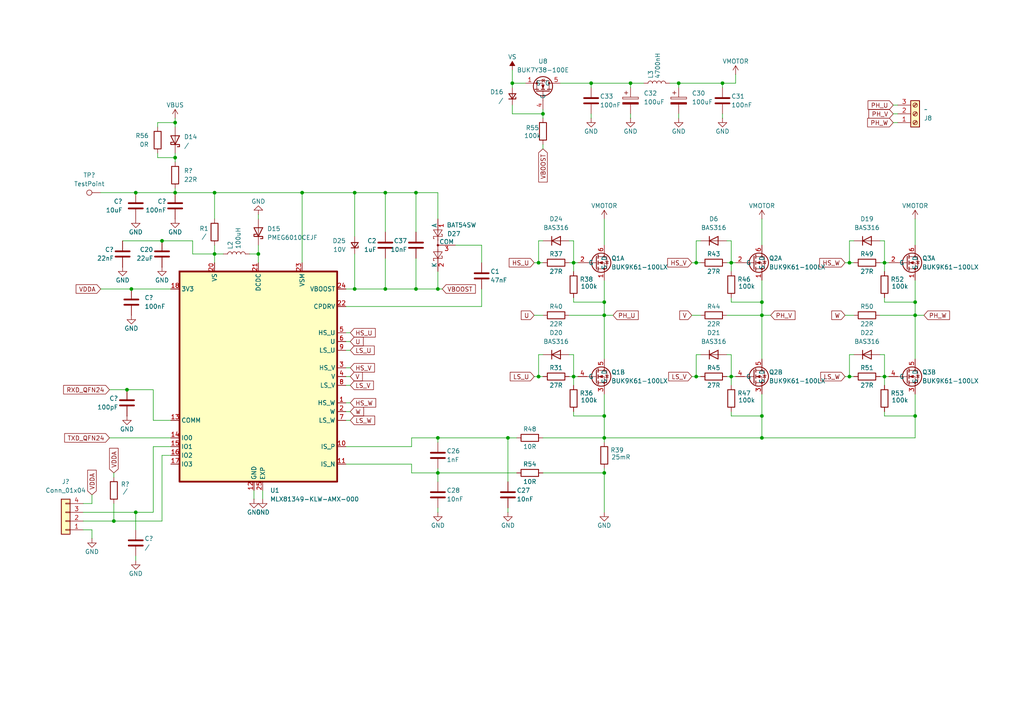
<source format=kicad_sch>
(kicad_sch (version 20250114) (generator "eeschema") (generator_version "9.0")
  (paper "A4")
  (lib_symbols
    (symbol "Connector:Screw_Terminal_01x03" (pin_names (offset 1.016) (hide yes))
      (property "Reference" "J" (at 0 5.08 0))
      (property "Value" "Screw_Terminal_01x03" (at 0 -5.08 0))
      (symbol "Screw_Terminal_01x03_1_1"
        (pin passive line (at -5.08 2.54 0) (length 3.81) (name "Pin_1") (number "1"))
        (pin passive line (at -5.08 0 0) (length 3.81) (name "Pin_2") (number "2"))
        (pin passive line (at -5.08 -2.54 0) (length 3.81) (name "Pin_3") (number "3"))
      )
    )
    (symbol "Connector:TestPoint" (pin_numbers (hide yes)) (pin_names (offset 0.762) (hide yes))
      (property "Reference" "TP" (at 0 6.858 0))
      (property "Value" "TestPoint" (at 0 5.08 0))
      (symbol "TestPoint_1_1"
        (pin passive line (at 0 0 90) (length 2.54) (name "1") (number "1"))
      )
    )
    (symbol "Connector_Generic:Conn_01x04" (pin_names (offset 1.016) (hide yes))
      (property "Reference" "J" (at 0 5.08 0))
      (property "Value" "Conn_01x04" (at 0 -7.62 0))
      (symbol "Conn_01x04_1_1"
        (pin passive line (at -5.08 2.54 0) (length 3.81) (name "Pin_1") (number "1"))
        (pin passive line (at -5.08 0 0) (length 3.81) (name "Pin_2") (number "2"))
        (pin passive line (at -5.08 -2.54 0) (length 3.81) (name "Pin_3") (number "3"))
        (pin passive line (at -5.08 -5.08 0) (length 3.81) (name "Pin_4") (number "4"))
      )
    )
    (symbol "Device:C" (pin_numbers (hide yes)) (pin_names (offset 0.254))
      (property "Reference" "C" (at 0.635 2.54 0))
      (property "Value" "C" (at 0.635 -2.54 0))
      (symbol "C_1_1"
        (pin passive line (at 0 3.81 270) (length 2.794) (name "~") (number "1"))
        (pin passive line (at 0 -3.81 90) (length 2.794) (name "~") (number "2"))
      )
    )
    (symbol "Device:C_Polarized" (pin_numbers (hide yes)) (pin_names (offset 0.254))
      (property "Reference" "C" (at 0.635 2.54 0))
      (property "Value" "C_Polarized" (at 0.635 -2.54 0))
      (symbol "C_Polarized_1_1"
        (pin passive line (at 0 3.81 270) (length 2.794) (name "~") (number "1"))
        (pin passive line (at 0 -3.81 90) (length 2.794) (name "~") (number "2"))
      )
    )
    (symbol "Device:D_Schottky" (pin_numbers (hide yes)) (pin_names (offset 1.016) (hide yes))
      (property "Reference" "D" (at 0 2.54 0))
      (property "Value" "D_Schottky" (at 0 -2.54 0))
      (symbol "D_Schottky_1_1"
        (pin passive line (at -3.81 0 0) (length 2.54) (name "K") (number "1"))
        (pin passive line (at 3.81 0 180) (length 2.54) (name "A") (number "2"))
      )
    )
    (symbol "Device:D_Zener_Small" (pin_numbers (hide yes)) (pin_names (offset 0.254) (hide yes))
      (property "Reference" "D" (at 0 2.286 0))
      (property "Value" "D_Zener_Small" (at 0 -2.286 0))
      (symbol "D_Zener_Small_1_1"
        (pin passive line (at -2.54 0 0) (length 1.778) (name "K") (number "1"))
        (pin passive line (at 2.54 0 180) (length 1.778) (name "A") (number "2"))
      )
    )
    (symbol "Device:L" (pin_numbers (hide yes)) (pin_names (offset 1.016) (hide yes))
      (property "Reference" "L" (at -1.27 0 90))
      (property "Value" "L" (at 1.905 0 90))
      (symbol "L_1_1"
        (pin passive line (at 0 3.81 270) (length 1.27) (name "1") (number "1"))
        (pin passive line (at 0 -3.81 90) (length 1.27) (name "2") (number "2"))
      )
    )
    (symbol "Device:R" (pin_numbers (hide yes)) (pin_names (offset 0))
      (property "Reference" "R" (at 2.032 0 90))
      (property "Value" "R" (at 0 0 90))
      (symbol "R_1_1"
        (pin passive line (at 0 3.81 270) (length 1.27) (name "~") (number "1"))
        (pin passive line (at 0 -3.81 90) (length 1.27) (name "~") (number "2"))
      )
    )
    (symbol "Diode:BAS316" (pin_numbers (hide yes)) (pin_names (hide yes))
      (property "Reference" "D" (at 0 2.54 0))
      (property "Value" "BAS316" (at 0 -2.54 0))
      (symbol "BAS316_1_1"
        (pin passive line (at -3.81 0 0) (length 2.54) (name "K") (number "1"))
        (pin passive line (at 3.81 0 180) (length 2.54) (name "A") (number "2"))
      )
    )
    (symbol "Diode:BAT54SW" (pin_names (offset 0))
      (property "Reference" "D" (at 0.635 -3.81 0))
      (property "Value" "BAT54SW" (at -6.35 3.175 0))
      (symbol "BAT54SW_1_1"
        (pin passive line (at -7.62 0 0) (length 3.81) (name "A") (number "1"))
        (pin passive line (at 0 -5.08 90) (length 5.08) (name "COM") (number "3"))
        (pin passive line (at 7.62 0 180) (length 3.81) (name "K") (number "2"))
      )
    )
    (symbol "MCU_Melexis:MLX81349-KLW-AMX-000"
      (property "Reference" "U" (at -22.098 32.004 0))
      (property "Value" "MLX81349-KLW-AMX-000" (at 0 0 0))
      (symbol "MLX81349-KLW-AMX-000_1_1"
        (pin power_out line (at -25.4 25.4 0) (length 2.54) (name "3V3") (number "18"))
        (pin bidirectional line (at -25.4 -12.7 0) (length 2.54) (name "COMM") (number "13"))
        (pin bidirectional line (at -25.4 -17.78 0) (length 2.54) (name "IO0") (number "14"))
        (pin bidirectional line (at -25.4 -20.32 0) (length 2.54) (name "IO1") (number "15"))
        (pin bidirectional line (at -25.4 -22.86 0) (length 2.54) (name "IO2") (number "16"))
        (pin bidirectional line (at -25.4 -25.4 0) (length 2.54) (name "IO3") (number "17"))
        (pin power_in line (at -12.7 33.02 270) (length 2.54) (name "VS") (number "20"))
        (pin power_in line (at -1.27 -33.02 90) (length 2.54) (name "GND") (number "12"))
        (pin passive line (at -1.27 -33.02 90) (length 2.54) (hide yes) (name "GND") (number "19"))
        (pin power_out line (at 0 33.02 270) (length 2.54) (name "DCDC") (number "21"))
        (pin power_in line (at 1.27 -33.02 90) (length 2.54) (name "EXP") (number "25"))
        (pin power_in line (at 12.7 33.02 270) (length 2.54) (name "VSM") (number "23"))
        (pin power_in line (at 25.4 25.4 180) (length 2.54) (name "VBOOST") (number "24"))
        (pin power_out line (at 25.4 20.32 180) (length 2.54) (name "CPDRV") (number "22"))
        (pin output line (at 25.4 12.7 180) (length 2.54) (name "HS_U") (number "5"))
        (pin input line (at 25.4 10.16 180) (length 2.54) (name "U") (number "6"))
        (pin output line (at 25.4 7.62 180) (length 2.54) (name "LS_U") (number "9"))
        (pin output line (at 25.4 2.54 180) (length 2.54) (name "HS_V") (number "3"))
        (pin input line (at 25.4 0 180) (length 2.54) (name "V") (number "4"))
        (pin output line (at 25.4 -2.54 180) (length 2.54) (name "LS_V") (number "8"))
        (pin output line (at 25.4 -7.62 180) (length 2.54) (name "HS_W") (number "1"))
        (pin input line (at 25.4 -10.16 180) (length 2.54) (name "W") (number "2"))
        (pin output line (at 25.4 -12.7 180) (length 2.54) (name "LS_W") (number "7"))
        (pin input line (at 25.4 -20.32 180) (length 2.54) (name "IS_P") (number "10"))
        (pin input line (at 25.4 -25.4 180) (length 2.54) (name "IS_N") (number "11"))
      )
    )
    (symbol "extra:BUK7Y38-100E"
      (property "Reference" "U" (at 3.048 1.016 0))
      (property "Value" "BUK7Y38-100E" (at 0 0 0))
      (symbol "BUK7Y38-100E_1_1"
        (pin passive line (at -7.62 0 0) (length 2.54) (name "G") (number "4"))
        (pin passive line (at 0 5.08 270) (length 2.54) (name "G") (number "5"))
        (pin passive line (at 0 -5.08 90) (length 2.54) (name "S") (number "1"))
        (pin passive line (at 0 -5.08 90) (length 2.54) (hide yes) (name "S") (number "2"))
        (pin passive line (at 0 -5.08 90) (length 2.54) (hide yes) (name "S") (number "3"))
      )
    )
    (symbol "extra:BUK9K61-100LX"
      (property "Reference" "Q" (at 2.794 1.016 0))
      (property "Value" "BUK9K61-100LX" (at 10.16 -1.016 0))
      (symbol "BUK9K61-100LX_1_1"
        (pin passive line (at -7.62 0 0) (length 2.54) (name "G") (number "2"))
        (pin passive line (at 0 5.08 270) (length 2.54) (name "D") (number "6"))
        (pin passive line (at 0 -5.08 90) (length 2.54) (name "S") (number "1"))
      )
      (symbol "BUK9K61-100LX_2_1"
        (pin passive line (at -7.62 0 0) (length 2.54) (name "G") (number "4"))
        (pin passive line (at 0 5.08 270) (length 2.54) (name "D") (number "5"))
        (pin passive line (at 0 -5.08 90) (length 2.54) (name "S") (number "3"))
      )
    )
    (symbol "power:GND" (power) (pin_numbers (hide yes)) (pin_names (offset 0) (hide yes))
      (property "Value" "GND" (at 0 -3.81 0))
      (symbol "GND_1_1"
        (pin power_in line (at 0 0 270) (length 0) (name "~") (number "1"))
      )
    )
    (symbol "power:VBUS" (power) (pin_numbers (hide yes)) (pin_names (offset 0) (hide yes))
      (property "Value" "VBUS" (at 0 3.556 0))
      (symbol "VBUS_1_1"
        (pin power_in line (at 0 0 90) (length 0) (name "~") (number "1"))
      )
    )
    (symbol "power:VS" (power) (pin_numbers (hide yes)) (pin_names (offset 0) (hide yes))
      (property "Value" "VS" (at 0 3.556 0))
      (symbol "VS_1_1"
        (pin power_in line (at 0 0 90) (length 0) (name "~") (number "1"))
      )
    )
  )
  (junction (at 148.59 24.13))
  (junction (at 220.98 91.44))
  (junction (at 39.37 55.88))
  (junction (at 220.98 120.65))
  (junction (at 171.45 24.13))
  (junction (at 50.8 45.72))
  (junction (at 120.65 55.88))
  (junction (at 102.87 55.88))
  (junction (at 156.21 109.22))
  (junction (at 36.83 113.03))
  (junction (at 212.09 109.22))
  (junction (at 74.93 73.66))
  (junction (at 265.43 87.63))
  (junction (at 50.8 35.56))
  (junction (at 111.76 83.82))
  (junction (at 256.54 109.22))
  (junction (at 62.23 73.66))
  (junction (at 111.76 55.88))
  (junction (at 166.37 109.22))
  (junction (at 120.65 83.82))
  (junction (at 156.21 76.2))
  (junction (at 38.1 83.82))
  (junction (at 265.43 91.44))
  (junction (at 46.99 69.85))
  (junction (at 201.93 109.22))
  (junction (at 256.54 76.2))
  (junction (at 196.85 24.13))
  (junction (at 166.37 76.2))
  (junction (at 220.98 87.63))
  (junction (at 175.26 91.44))
  (junction (at 127 127))
  (junction (at 212.09 76.2))
  (junction (at 175.26 127))
  (junction (at 220.98 127))
  (junction (at 127 137.16))
  (junction (at 102.87 83.82))
  (junction (at 182.88 24.13))
  (junction (at 157.48 33.02))
  (junction (at 246.38 76.2))
  (junction (at 33.02 151.13))
  (junction (at 209.55 24.13))
  (junction (at 147.32 127))
  (junction (at 175.26 137.16))
  (junction (at 39.37 148.59))
  (junction (at 246.38 109.22))
  (junction (at 62.23 55.88))
  (junction (at 201.93 76.2))
  (junction (at 87.63 55.88))
  (junction (at 127 83.82))
  (junction (at 50.8 55.88))
  (junction (at 175.26 87.63))
  (junction (at 265.43 120.65))
  (junction (at 175.26 120.65))
  (wire (pts (xy 256.54 87.63) (xy 265.43 87.63)))
  (wire (pts (xy 29.21 55.88) (xy 39.37 55.88)))
  (wire (pts (xy 175.26 127) (xy 175.26 128.27)))
  (wire (pts (xy 102.87 83.82) (xy 111.76 83.82)))
  (wire (pts (xy 210.82 91.44) (xy 220.98 91.44)))
  (wire (pts (xy 100.33 88.9) (xy 139.7 88.9)))
  (wire (pts (xy 156.21 69.85) (xy 156.21 76.2)))
  (wire (pts (xy 209.55 24.13) (xy 209.55 25.4)))
  (wire (pts (xy 33.02 151.13) (xy 46.99 151.13)))
  (wire (pts (xy 256.54 86.36) (xy 256.54 87.63)))
  (wire (pts (xy 165.1 102.87) (xy 166.37 102.87)))
  (wire (pts (xy 127 83.82) (xy 128.27 83.82)))
  (wire (pts (xy 127 127) (xy 147.32 127)))
  (wire (pts (xy 175.26 120.65) (xy 175.26 127)))
  (wire (pts (xy 24.13 153.67) (xy 26.67 153.67)))
  (wire (pts (xy 166.37 120.65) (xy 175.26 120.65)))
  (wire (pts (xy 203.2 102.87) (xy 201.93 102.87)))
  (wire (pts (xy 265.43 91.44) (xy 267.97 91.44)))
  (wire (pts (xy 245.11 76.2) (xy 246.38 76.2)))
  (wire (pts (xy 24.13 146.05) (xy 26.67 146.05)))
  (wire (pts (xy 166.37 102.87) (xy 166.37 109.22)))
  (wire (pts (xy 154.94 76.2) (xy 156.21 76.2)))
  (wire (pts (xy 127 55.88) (xy 127 63.5)))
  (wire (pts (xy 166.37 76.2) (xy 167.64 76.2)))
  (wire (pts (xy 100.33 129.54) (xy 119.38 129.54)))
  (wire (pts (xy 39.37 161.29) (xy 39.37 162.56)))
  (wire (pts (xy 166.37 109.22) (xy 167.64 109.22)))
  (wire (pts (xy 256.54 76.2) (xy 257.81 76.2)))
  (wire (pts (xy 212.09 109.22) (xy 213.36 109.22)))
  (wire (pts (xy 119.38 134.62) (xy 119.38 137.16)))
  (wire (pts (xy 39.37 153.67) (xy 39.37 148.59)))
  (wire (pts (xy 175.26 91.44) (xy 177.8 91.44)))
  (wire (pts (xy 101.6 106.68) (xy 100.33 106.68)))
  (wire (pts (xy 201.93 69.85) (xy 201.93 76.2)))
  (wire (pts (xy 148.59 24.13) (xy 148.59 25.4)))
  (wire (pts (xy 74.93 71.12) (xy 74.93 73.66)))
  (wire (pts (xy 74.93 73.66) (xy 74.93 76.2)))
  (wire (pts (xy 246.38 102.87) (xy 246.38 109.22)))
  (wire (pts (xy 212.09 76.2) (xy 213.36 76.2)))
  (wire (pts (xy 256.54 109.22) (xy 257.81 109.22)))
  (wire (pts (xy 157.48 41.91) (xy 157.48 43.18)))
  (wire (pts (xy 49.53 129.54) (xy 44.45 129.54)))
  (wire (pts (xy 49.53 132.08) (xy 46.99 132.08)))
  (wire (pts (xy 171.45 34.29) (xy 171.45 33.02)))
  (wire (pts (xy 127 127) (xy 127 128.27)))
  (wire (pts (xy 200.66 76.2) (xy 201.93 76.2)))
  (wire (pts (xy 44.45 121.92) (xy 44.45 113.03)))
  (wire (pts (xy 50.8 44.45) (xy 50.8 45.72)))
  (wire (pts (xy 175.26 114.3) (xy 175.26 120.65)))
  (wire (pts (xy 111.76 55.88) (xy 111.76 67.31)))
  (wire (pts (xy 24.13 151.13) (xy 33.02 151.13)))
  (wire (pts (xy 175.26 81.28) (xy 175.26 87.63)))
  (wire (pts (xy 127 83.82) (xy 120.65 83.82)))
  (wire (pts (xy 157.48 33.02) (xy 157.48 34.29)))
  (wire (pts (xy 45.72 35.56) (xy 50.8 35.56)))
  (wire (pts (xy 220.98 120.65) (xy 220.98 127)))
  (wire (pts (xy 36.83 113.03) (xy 44.45 113.03)))
  (wire (pts (xy 31.75 127) (xy 49.53 127)))
  (wire (pts (xy 165.1 91.44) (xy 175.26 91.44)))
  (wire (pts (xy 100.33 134.62) (xy 119.38 134.62)))
  (wire (pts (xy 265.43 120.65) (xy 265.43 127)))
  (wire (pts (xy 256.54 119.38) (xy 256.54 120.65)))
  (wire (pts (xy 101.6 99.06) (xy 100.33 99.06)))
  (wire (pts (xy 50.8 55.88) (xy 62.23 55.88)))
  (wire (pts (xy 220.98 114.3) (xy 220.98 120.65)))
  (wire (pts (xy 210.82 102.87) (xy 212.09 102.87)))
  (wire (pts (xy 247.65 69.85) (xy 246.38 69.85)))
  (wire (pts (xy 246.38 109.22) (xy 247.65 109.22)))
  (wire (pts (xy 55.88 73.66) (xy 62.23 73.66)))
  (wire (pts (xy 210.82 76.2) (xy 212.09 76.2)))
  (wire (pts (xy 101.6 101.6) (xy 100.33 101.6)))
  (wire (pts (xy 157.48 102.87) (xy 156.21 102.87)))
  (wire (pts (xy 120.65 83.82) (xy 111.76 83.82)))
  (wire (pts (xy 265.43 114.3) (xy 265.43 120.65)))
  (wire (pts (xy 147.32 147.32) (xy 147.32 148.59)))
  (wire (pts (xy 213.36 24.13) (xy 213.36 21.59)))
  (wire (pts (xy 212.09 120.65) (xy 220.98 120.65)))
  (wire (pts (xy 39.37 55.88) (xy 50.8 55.88)))
  (wire (pts (xy 148.59 24.13) (xy 152.4 24.13)))
  (wire (pts (xy 196.85 34.29) (xy 196.85 33.02)))
  (wire (pts (xy 62.23 71.12) (xy 62.23 73.66)))
  (wire (pts (xy 50.8 45.72) (xy 50.8 46.99)))
  (wire (pts (xy 175.26 87.63) (xy 175.26 91.44)))
  (wire (pts (xy 38.1 83.82) (xy 49.53 83.82)))
  (wire (pts (xy 127 135.89) (xy 127 137.16)))
  (wire (pts (xy 119.38 137.16) (xy 127 137.16)))
  (wire (pts (xy 220.98 91.44) (xy 220.98 104.14)))
  (wire (pts (xy 45.72 44.45) (xy 45.72 45.72)))
  (wire (pts (xy 46.99 132.08) (xy 46.99 151.13)))
  (wire (pts (xy 212.09 119.38) (xy 212.09 120.65)))
  (wire (pts (xy 166.37 69.85) (xy 166.37 76.2)))
  (wire (pts (xy 102.87 55.88) (xy 102.87 68.58)))
  (wire (pts (xy 220.98 91.44) (xy 223.52 91.44)))
  (wire (pts (xy 157.48 137.16) (xy 175.26 137.16)))
  (wire (pts (xy 175.26 135.89) (xy 175.26 137.16)))
  (wire (pts (xy 127 78.74) (xy 127 83.82)))
  (wire (pts (xy 182.88 34.29) (xy 182.88 33.02)))
  (wire (pts (xy 256.54 120.65) (xy 265.43 120.65)))
  (wire (pts (xy 246.38 76.2) (xy 247.65 76.2)))
  (wire (pts (xy 166.37 119.38) (xy 166.37 120.65)))
  (wire (pts (xy 255.27 76.2) (xy 256.54 76.2)))
  (wire (pts (xy 101.6 109.22) (xy 100.33 109.22)))
  (wire (pts (xy 39.37 148.59) (xy 44.45 148.59)))
  (wire (pts (xy 101.6 111.76) (xy 100.33 111.76)))
  (wire (pts (xy 196.85 24.13) (xy 196.85 25.4)))
  (wire (pts (xy 101.6 121.92) (xy 100.33 121.92)))
  (wire (pts (xy 165.1 76.2) (xy 166.37 76.2)))
  (wire (pts (xy 203.2 69.85) (xy 201.93 69.85)))
  (wire (pts (xy 62.23 73.66) (xy 64.77 73.66)))
  (wire (pts (xy 101.6 116.84) (xy 100.33 116.84)))
  (wire (pts (xy 265.43 81.28) (xy 265.43 87.63)))
  (wire (pts (xy 194.31 24.13) (xy 196.85 24.13)))
  (wire (pts (xy 175.26 127) (xy 220.98 127)))
  (wire (pts (xy 157.48 69.85) (xy 156.21 69.85)))
  (wire (pts (xy 87.63 55.88) (xy 87.63 76.2)))
  (wire (pts (xy 74.93 62.23) (xy 74.93 63.5)))
  (wire (pts (xy 175.26 137.16) (xy 175.26 148.59)))
  (wire (pts (xy 26.67 146.05) (xy 26.67 143.51)))
  (wire (pts (xy 259.08 33.02) (xy 260.35 33.02)))
  (wire (pts (xy 102.87 73.66) (xy 102.87 83.82)))
  (wire (pts (xy 196.85 24.13) (xy 209.55 24.13)))
  (wire (pts (xy 87.63 55.88) (xy 102.87 55.88)))
  (wire (pts (xy 212.09 86.36) (xy 212.09 87.63)))
  (wire (pts (xy 247.65 102.87) (xy 246.38 102.87)))
  (wire (pts (xy 154.94 91.44) (xy 157.48 91.44)))
  (wire (pts (xy 212.09 109.22) (xy 212.09 111.76)))
  (wire (pts (xy 210.82 69.85) (xy 212.09 69.85)))
  (wire (pts (xy 35.56 69.85) (xy 46.99 69.85)))
  (wire (pts (xy 102.87 55.88) (xy 111.76 55.88)))
  (wire (pts (xy 255.27 69.85) (xy 256.54 69.85)))
  (wire (pts (xy 255.27 102.87) (xy 256.54 102.87)))
  (wire (pts (xy 111.76 74.93) (xy 111.76 83.82)))
  (wire (pts (xy 26.67 153.67) (xy 26.67 156.21)))
  (wire (pts (xy 175.26 91.44) (xy 175.26 104.14)))
  (wire (pts (xy 265.43 91.44) (xy 265.43 104.14)))
  (wire (pts (xy 162.56 24.13) (xy 171.45 24.13)))
  (wire (pts (xy 156.21 102.87) (xy 156.21 109.22)))
  (wire (pts (xy 212.09 87.63) (xy 220.98 87.63)))
  (wire (pts (xy 259.08 30.48) (xy 260.35 30.48)))
  (wire (pts (xy 212.09 69.85) (xy 212.09 76.2)))
  (wire (pts (xy 209.55 34.29) (xy 209.55 33.02)))
  (wire (pts (xy 119.38 127) (xy 127 127)))
  (wire (pts (xy 111.76 55.88) (xy 120.65 55.88)))
  (wire (pts (xy 139.7 71.12) (xy 132.08 71.12)))
  (wire (pts (xy 73.66 142.24) (xy 73.66 144.78)))
  (wire (pts (xy 62.23 55.88) (xy 62.23 63.5)))
  (wire (pts (xy 165.1 69.85) (xy 166.37 69.85)))
  (wire (pts (xy 120.65 74.93) (xy 120.65 83.82)))
  (wire (pts (xy 154.94 109.22) (xy 156.21 109.22)))
  (wire (pts (xy 157.48 31.75) (xy 157.48 33.02)))
  (wire (pts (xy 50.8 34.29) (xy 50.8 35.56)))
  (wire (pts (xy 256.54 76.2) (xy 256.54 78.74)))
  (wire (pts (xy 165.1 109.22) (xy 166.37 109.22)))
  (wire (pts (xy 255.27 109.22) (xy 256.54 109.22)))
  (wire (pts (xy 148.59 30.48) (xy 148.59 33.02)))
  (wire (pts (xy 220.98 71.12) (xy 220.98 63.5)))
  (wire (pts (xy 72.39 73.66) (xy 74.93 73.66)))
  (wire (pts (xy 220.98 87.63) (xy 220.98 91.44)))
  (wire (pts (xy 220.98 127) (xy 265.43 127)))
  (wire (pts (xy 166.37 76.2) (xy 166.37 78.74)))
  (wire (pts (xy 127 137.16) (xy 127 139.7)))
  (wire (pts (xy 210.82 109.22) (xy 212.09 109.22)))
  (wire (pts (xy 127 137.16) (xy 149.86 137.16)))
  (wire (pts (xy 246.38 69.85) (xy 246.38 76.2)))
  (wire (pts (xy 166.37 109.22) (xy 166.37 111.76)))
  (wire (pts (xy 139.7 71.12) (xy 139.7 76.2)))
  (wire (pts (xy 50.8 54.61) (xy 50.8 55.88)))
  (wire (pts (xy 201.93 76.2) (xy 203.2 76.2)))
  (wire (pts (xy 147.32 127) (xy 149.86 127)))
  (wire (pts (xy 147.32 127) (xy 147.32 139.7)))
  (wire (pts (xy 120.65 55.88) (xy 120.65 67.31)))
  (wire (pts (xy 127 147.32) (xy 127 148.59)))
  (wire (pts (xy 156.21 109.22) (xy 157.48 109.22)))
  (wire (pts (xy 101.6 119.38) (xy 100.33 119.38)))
  (wire (pts (xy 182.88 24.13) (xy 182.88 25.4)))
  (wire (pts (xy 101.6 96.52) (xy 100.33 96.52)))
  (wire (pts (xy 45.72 45.72) (xy 50.8 45.72)))
  (wire (pts (xy 201.93 109.22) (xy 203.2 109.22)))
  (wire (pts (xy 256.54 102.87) (xy 256.54 109.22)))
  (wire (pts (xy 265.43 87.63) (xy 265.43 91.44)))
  (wire (pts (xy 220.98 81.28) (xy 220.98 87.63)))
  (wire (pts (xy 265.43 71.12) (xy 265.43 63.5)))
  (wire (pts (xy 45.72 36.83) (xy 45.72 35.56)))
  (wire (pts (xy 33.02 146.05) (xy 33.02 151.13)))
  (wire (pts (xy 209.55 24.13) (xy 213.36 24.13)))
  (wire (pts (xy 200.66 109.22) (xy 201.93 109.22)))
  (wire (pts (xy 212.09 102.87) (xy 212.09 109.22)))
  (wire (pts (xy 157.48 127) (xy 175.26 127)))
  (wire (pts (xy 256.54 69.85) (xy 256.54 76.2)))
  (wire (pts (xy 119.38 129.54) (xy 119.38 127)))
  (wire (pts (xy 55.88 69.85) (xy 55.88 73.66)))
  (wire (pts (xy 200.66 91.44) (xy 203.2 91.44)))
  (wire (pts (xy 139.7 83.82) (xy 139.7 88.9)))
  (wire (pts (xy 62.23 73.66) (xy 62.23 76.2)))
  (wire (pts (xy 182.88 24.13) (xy 186.69 24.13)))
  (wire (pts (xy 148.59 33.02) (xy 157.48 33.02)))
  (wire (pts (xy 156.21 76.2) (xy 157.48 76.2)))
  (wire (pts (xy 24.13 148.59) (xy 39.37 148.59)))
  (wire (pts (xy 46.99 69.85) (xy 55.88 69.85)))
  (wire (pts (xy 76.2 142.24) (xy 76.2 144.78)))
  (wire (pts (xy 120.65 55.88) (xy 127 55.88)))
  (wire (pts (xy 100.33 83.82) (xy 102.87 83.82)))
  (wire (pts (xy 62.23 55.88) (xy 87.63 55.88)))
  (wire (pts (xy 259.08 35.56) (xy 260.35 35.56)))
  (wire (pts (xy 212.09 76.2) (xy 212.09 78.74)))
  (wire (pts (xy 44.45 129.54) (xy 44.45 148.59)))
  (wire (pts (xy 255.27 91.44) (xy 265.43 91.44)))
  (wire (pts (xy 175.26 71.12) (xy 175.26 63.5)))
  (wire (pts (xy 201.93 102.87) (xy 201.93 109.22)))
  (wire (pts (xy 50.8 35.56) (xy 50.8 36.83)))
  (wire (pts (xy 256.54 109.22) (xy 256.54 111.76)))
  (wire (pts (xy 49.53 121.92) (xy 44.45 121.92)))
  (wire (pts (xy 245.11 109.22) (xy 246.38 109.22)))
  (wire (pts (xy 33.02 137.16) (xy 33.02 138.43)))
  (wire (pts (xy 166.37 86.36) (xy 166.37 87.63)))
  (wire (pts (xy 182.88 24.13) (xy 171.45 24.13)))
  (wire (pts (xy 171.45 24.13) (xy 171.45 25.4)))
  (wire (pts (xy 245.11 91.44) (xy 247.65 91.44)))
  (wire (pts (xy 38.1 83.82) (xy 29.21 83.82)))
  (wire (pts (xy 31.75 113.03) (xy 36.83 113.03)))
  (wire (pts (xy 166.37 87.63) (xy 175.26 87.63)))
  (wire (pts (xy 148.59 20.32) (xy 148.59 24.13)))
  (global_label "HS_W" (shape input) (at 101.6 116.84 0) (property "Intersheetrefs" "${INTERSHEET_REFS}" (effects (hide yes))))
  (global_label "PH_W" (shape input) (at 267.97 91.44 0) (property "Intersheetrefs" "${INTERSHEET_REFS}" (effects (hide yes))))
  (global_label "VBOOST" (shape input) (at 128.27 83.82 0) (property "Intersheetrefs" "${INTERSHEET_REFS}" (effects (hide yes))))
  (global_label "V" (shape input) (at 200.66 91.44 180) (property "Intersheetrefs" "${INTERSHEET_REFS}" (effects (hide yes))))
  (global_label "PH_V" (shape input) (at 223.52 91.44 0) (property "Intersheetrefs" "${INTERSHEET_REFS}" (effects (hide yes))))
  (global_label "PH_U" (shape input) (at 177.8 91.44 0) (property "Intersheetrefs" "${INTERSHEET_REFS}" (effects (hide yes))))
  (global_label "PH_U" (shape input) (at 259.08 30.48 180) (property "Intersheetrefs" "${INTERSHEET_REFS}" (effects (hide yes))))
  (global_label "HS_U" (shape input) (at 101.6 96.52 0) (property "Intersheetrefs" "${INTERSHEET_REFS}" (effects (hide yes))))
  (global_label "VDDA" (shape input) (at 33.02 137.16 90) (property "Intersheetrefs" "${INTERSHEET_REFS}" (effects (hide yes))))
  (global_label "LS_W" (shape input) (at 101.6 121.92 0) (property "Intersheetrefs" "${INTERSHEET_REFS}" (effects (hide yes))))
  (global_label "W" (shape input) (at 245.11 91.44 180) (property "Intersheetrefs" "${INTERSHEET_REFS}" (effects (hide yes))))
  (global_label "LS_W" (shape input) (at 245.11 109.22 180) (property "Intersheetrefs" "${INTERSHEET_REFS}" (effects (hide yes))))
  (global_label "TXD_QFN24" (shape input) (at 31.75 127 180) (property "Intersheetrefs" "${INTERSHEET_REFS}" (effects (hide yes))))
  (global_label "HS_V" (shape input) (at 101.6 106.68 0) (property "Intersheetrefs" "${INTERSHEET_REFS}" (effects (hide yes))))
  (global_label "LS_V" (shape input) (at 101.6 111.76 0) (property "Intersheetrefs" "${INTERSHEET_REFS}" (effects (hide yes))))
  (global_label "HS_U" (shape input) (at 154.94 76.2 180) (property "Intersheetrefs" "${INTERSHEET_REFS}" (effects (hide yes))))
  (global_label "U" (shape input) (at 101.6 99.06 0) (property "Intersheetrefs" "${INTERSHEET_REFS}" (effects (hide yes))))
  (global_label "U" (shape input) (at 154.94 91.44 180) (property "Intersheetrefs" "${INTERSHEET_REFS}" (effects (hide yes))))
  (global_label "LS_V" (shape input) (at 200.66 109.22 180) (property "Intersheetrefs" "${INTERSHEET_REFS}" (effects (hide yes))))
  (global_label "V" (shape input) (at 101.6 109.22 0) (property "Intersheetrefs" "${INTERSHEET_REFS}" (effects (hide yes))))
  (global_label "W" (shape input) (at 101.6 119.38 0) (property "Intersheetrefs" "${INTERSHEET_REFS}" (effects (hide yes))))
  (global_label "VDDA" (shape input) (at 26.67 143.51 90) (property "Intersheetrefs" "${INTERSHEET_REFS}" (effects (hide yes))))
  (global_label "PH_V" (shape input) (at 259.08 33.02 180) (property "Intersheetrefs" "${INTERSHEET_REFS}" (effects (hide yes))))
  (global_label "VBOOST" (shape input) (at 157.48 43.18 270) (property "Intersheetrefs" "${INTERSHEET_REFS}" (effects (hide yes))))
  (global_label "RXD_QFN24" (shape input) (at 31.75 113.03 180) (property "Intersheetrefs" "${INTERSHEET_REFS}" (effects (hide yes))))
  (global_label "VDDA" (shape input) (at 29.21 83.82 180) (property "Intersheetrefs" "${INTERSHEET_REFS}" (effects (hide yes))))
  (global_label "HS_W" (shape input) (at 245.11 76.2 180) (property "Intersheetrefs" "${INTERSHEET_REFS}" (effects (hide yes))))
  (global_label "HS_V" (shape input) (at 200.66 76.2 180) (property "Intersheetrefs" "${INTERSHEET_REFS}" (effects (hide yes))))
  (global_label "LS_U" (shape input) (at 154.94 109.22 180) (property "Intersheetrefs" "${INTERSHEET_REFS}" (effects (hide yes))))
  (global_label "PH_W" (shape input) (at 259.08 35.56 180) (property "Intersheetrefs" "${INTERSHEET_REFS}" (effects (hide yes))))
  (global_label "LS_U" (shape input) (at 101.6 101.6 0) (property "Intersheetrefs" "${INTERSHEET_REFS}" (effects (hide yes))))
  (symbol (lib_id "power:GND") (at 46.99 77.47 0) (mirror y) (unit 1)
    (property "Reference" "#PWR07" (effects (hide yes)))
    (property "Value" "GND" (at 46.99 81.28 0))
    (property "Description" "Power symbol creates a global label with name \"GND\" , ground" (effects (hide yes)))
  )
  (symbol (lib_id "power:GND") (at 39.37 162.56 0) (mirror y) (unit 1)
    (property "Reference" "#PWR?" (effects (hide yes)))
    (property "Value" "GND" (at 39.37 166.37 0))
    (property "Description" "Power symbol creates a global label with name \"GND\" , ground" (effects (hide yes)))
  )
  (symbol (lib_id "power:GND") (at 38.1 91.44 0) (mirror y) (unit 1)
    (property "Reference" "#PWR?" (effects (hide yes)))
    (property "Value" "GND" (at 38.1 95.25 0))
    (property "Description" "Power symbol creates a global label with name \"GND\" , ground" (effects (hide yes)))
  )
  (symbol (lib_id "power:VBUS") (at 175.26 63.5 0) (unit 1)
    (property "Reference" "#PWR021" (effects (hide yes)))
    (property "Value" "VMOTOR" (at 175.26 59.69 0))
    (property "Description" "Power symbol creates a global label with name \"VBUS\"" (effects (hide yes)))
  )
  (symbol (lib_id "Device:R") (at 256.54 115.57 0) (unit 1)
    (property "Reference" "R53" (at 258.318 114.046 0) (effects (justify left)))
    (property "Value" "100k" (at 258.572 116.078 0) (effects (justify left)))
    (property "Footprint" "Resistor_SMD:R_0402_1005Metric" (effects (hide yes)))
    (property "Description" "RES 100K OHM 1% 1/16W 0402" (effects (hide yes)))
  )
  (symbol (lib_id "Device:C") (at 111.76 71.12 0) (mirror y) (unit 1)
    (property "Reference" "C2" (at 109.22 69.85 0) (effects (justify left)))
    (property "Value" "1uF" (at 109.22 72.39 0) (effects (justify left)))
    (property "Footprint" "Capacitor_SMD:C_0603_1608Metric" (effects (hide yes)))
    (property "Description" "CAP CER 1UF 25V X7R 0603" (effects (hide yes)))
  )
  (symbol (lib_id "Device:R") (at 161.29 109.22 90) (unit 1)
    (property "Reference" "R31" (at 161.29 106.68 90))
    (property "Value" "27R" (at 161.29 111.76 90))
    (property "Footprint" "Resistor_SMD:R_0402_1005Metric" (effects (hide yes)))
    (property "Description" "RES SMD 27 OHM 1% 1/10W 0402" (effects (hide yes)))
  )
  (symbol (lib_id "power:GND") (at 182.88 34.29 0) (mirror y) (unit 1)
    (property "Reference" "#PWR029" (effects (hide yes)))
    (property "Value" "GND" (at 182.88 38.1 0))
    (property "Description" "Power symbol creates a global label with name \"GND\" , ground" (effects (hide yes)))
  )
  (symbol (lib_id "power:GND") (at 209.55 34.29 0) (mirror y) (unit 1)
    (property "Reference" "#PWR028" (effects (hide yes)))
    (property "Value" "GND" (at 209.55 38.1 0))
    (property "Description" "Power symbol creates a global label with name \"GND\" , ground" (effects (hide yes)))
  )
  (symbol (lib_id "Diode:BAS316") (at 207.01 69.85 0) (unit 1)
    (property "Reference" "D6" (at 207.01 63.5 0))
    (property "Value" "BAS316" (at 207.01 66.04 0))
    (property "Footprint" "Diode_SMD:D_SOD-323" (effects (hide yes)))
    (property "Datasheet" "https://assets.nexperia.com/documents/data-sheet/BAS16_SER.pdf" (effects (hide yes)))
    (property "Description" "100V, 0.25A, High-speed Switching Diode, SOD-323" (effects (hide yes)))
    (property "Sim.Device" "D" (effects (hide yes)))
    (property "Sim.Pins" "1=K 2=A" (effects (hide yes)))
  )
  (symbol (lib_id "Device:R") (at 212.09 82.55 0) (unit 1)
    (property "Reference" "R46" (at 213.868 81.026 0) (effects (justify left)))
    (property "Value" "100k" (at 214.122 83.058 0) (effects (justify left)))
    (property "Footprint" "Resistor_SMD:R_0402_1005Metric" (effects (hide yes)))
    (property "Description" "RES 100K OHM 1% 1/16W 0402" (effects (hide yes)))
  )
  (symbol (lib_id "Connector_Generic:Conn_01x04") (at 19.05 151.13 180) (unit 1)
    (property "Reference" "J?" (at 19.05 139.7 0))
    (property "Value" "Conn_01x04" (at 19.05 142.24 0))
    (property "Footprint" "Connector_PinHeader_2.54mm:PinHeader_1x04_P2.54mm_Vertical" (effects (hide yes)))
    (property "Description" "Generic connector, single row, 01x04, script generated (kicad-library-utils/schlib/autogen/connector/)" (effects (hide yes)))
  )
  (symbol (lib_id "power:GND") (at 171.45 34.29 0) (mirror y) (unit 1)
    (property "Reference" "#PWR030" (effects (hide yes)))
    (property "Value" "GND" (at 171.45 38.1 0))
    (property "Description" "Power symbol creates a global label with name \"GND\" , ground" (effects (hide yes)))
  )
  (symbol (lib_id "extra:BUK9K61-100LX") (at 265.43 76.2 0) (unit 1)
    (property "Reference" "Q3" (at 267.462 74.93 0) (effects (justify left)))
    (property "Value" "BUK9K61-100LX" (at 267.462 77.47 0) (effects (justify left)))
    (property "Footprint" "extra:LFPAK56D" (effects (hide yes)))
    (property "Datasheet" "https://assets.nexperia.com/documents/data-sheet/BUK9K61-100L.pdf" (effects (hide yes)))
    (property "Description" "BUK9K61-100LX" (effects (hide yes)))
  )
  (symbol (lib_id "Device:R") (at 153.67 137.16 90) (unit 1)
    (property "Reference" "R54" (at 153.67 134.62 90))
    (property "Value" "10R" (at 153.67 139.7 90))
    (property "Footprint" "Resistor_SMD:R_0402_1005Metric" (effects (hide yes)))
    (property "Description" "RES SMD 10 OHM 1% 1/10W 0402" (effects (hide yes)))
  )
  (symbol (lib_id "Device:C") (at 50.8 59.69 0) (mirror y) (unit 1)
    (property "Reference" "C?" (at 48.26 58.42 0) (effects (justify left)))
    (property "Value" "100nF" (at 48.26 60.96 0) (effects (justify left)))
    (property "Footprint" "Capacitor_SMD:C_0603_1608Metric" (effects (hide yes)))
    (property "Description" "CAP CER 0.1UF 100V X7R 0603" (effects (hide yes)))
  )
  (symbol (lib_id "power:GND") (at 127 148.59 0) (mirror y) (unit 1)
    (property "Reference" "#PWR022" (effects (hide yes)))
    (property "Value" "GND" (at 127 152.4 0))
    (property "Description" "Power symbol creates a global label with name \"GND\" , ground" (effects (hide yes)))
  )
  (symbol (lib_id "Device:C") (at 147.32 143.51 0) (unit 1)
    (property "Reference" "C27" (at 149.86 142.24 0) (effects (justify left)))
    (property "Value" "10nF" (at 149.86 144.78 0) (effects (justify left)))
    (property "Footprint" "Capacitor_SMD:C_0603_1608Metric" (effects (hide yes)))
    (property "Description" "CAP CER 10000PF 100V X7R 0603" (effects (hide yes)))
  )
  (symbol (lib_id "extra:BUK7Y38-100E") (at 157.48 24.13 270) (mirror x) (unit 1)
    (property "Reference" "U8" (at 157.48 17.78 90))
    (property "Value" "BUK7Y38-100E" (at 157.48 20.32 90))
    (property "Footprint" "Package_TO_SOT_SMD:LFPAK56" (effects (hide yes)))
    (property "Datasheet" "https://assets.nexperia.com/documents/data-sheet/BUK7Y38-100E.pdf" (effects (hide yes)))
  )
  (symbol (lib_id "power:VBUS") (at 50.8 34.29 0) (unit 1)
    (property "Reference" "#PWR034" (effects (hide yes)))
    (property "Value" "VBUS" (at 50.8 30.48 0))
    (property "Description" "Power symbol creates a global label with name \"VBUS\"" (effects (hide yes)))
  )
  (symbol (lib_id "power:VS") (at 148.59 20.32 0) (mirror y) (unit 1)
    (property "Reference" "#PWR026" (effects (hide yes)))
    (property "Value" "VS" (at 148.59 16.51 0))
    (property "Description" "Power symbol creates a global label with name \"VS\"" (effects (hide yes)))
  )
  (symbol (lib_id "Device:C") (at 171.45 29.21 0) (unit 1)
    (property "Reference" "C33" (at 173.99 27.94 0) (effects (justify left)))
    (property "Value" "100nF" (at 173.99 30.48 0) (effects (justify left)))
    (property "Footprint" "Capacitor_SMD:C_0603_1608Metric" (effects (hide yes)))
    (property "Description" "CAP CER 0.1UF 100V X7R 0603" (effects (hide yes)))
  )
  (symbol (lib_id "Diode:BAS316") (at 161.29 102.87 0) (unit 1)
    (property "Reference" "D20" (at 161.29 96.52 0))
    (property "Value" "BAS316" (at 161.29 99.06 0))
    (property "Footprint" "Diode_SMD:D_SOD-323" (effects (hide yes)))
    (property "Datasheet" "https://assets.nexperia.com/documents/data-sheet/BAS16_SER.pdf" (effects (hide yes)))
    (property "Description" "100V, 0.25A, High-speed Switching Diode, SOD-323" (effects (hide yes)))
    (property "Sim.Device" "D" (effects (hide yes)))
    (property "Sim.Pins" "1=K 2=A" (effects (hide yes)))
  )
  (symbol (lib_id "Device:R") (at 33.02 142.24 0) (unit 1)
    (property "Reference" "R?" (at 36.322 140.462 0))
    (property "Value" "/" (at 36.322 142.494 0))
    (property "Footprint" "Resistor_SMD:R_0402_1005Metric" (effects (hide yes)))
    (property "Description" "Resistor" (effects (hide yes)))
  )
  (symbol (lib_id "Device:C_Polarized") (at 196.85 29.21 0) (unit 1)
    (property "Reference" "C30" (at 200.66 27.0509 0) (effects (justify left)))
    (property "Value" "100uF" (at 200.66 29.5909 0) (effects (justify left)))
    (property "Footprint" "extra:CHEMI-KE0" (effects (hide yes)))
    (property "Description" "EMVY101ARA101MKE0S" (effects (hide yes)))
  )
  (symbol (lib_id "extra:BUK9K61-100LX") (at 220.98 76.2 0) (unit 1)
    (property "Reference" "Q2" (at 223.012 74.93 0) (effects (justify left)))
    (property "Value" "BUK9K61-100LX" (at 223.012 77.47 0) (effects (justify left)))
    (property "Footprint" "extra:LFPAK56D" (effects (hide yes)))
    (property "Datasheet" "https://assets.nexperia.com/documents/data-sheet/BUK9K61-100L.pdf" (effects (hide yes)))
    (property "Description" "BUK9K61-100LX" (effects (hide yes)))
  )
  (symbol (lib_id "Device:R") (at 166.37 82.55 0) (unit 1)
    (property "Reference" "R38" (at 168.148 81.026 0) (effects (justify left)))
    (property "Value" "100k" (at 168.402 83.058 0) (effects (justify left)))
    (property "Footprint" "Resistor_SMD:R_0402_1005Metric" (effects (hide yes)))
    (property "Description" "RES 100K OHM 1% 1/16W 0402" (effects (hide yes)))
  )
  (symbol (lib_id "Device:L") (at 68.58 73.66 90) (unit 1)
    (property "Reference" "L2" (at 66.802 71.12 0))
    (property "Value" "100uH" (at 69.088 69.088 0))
    (property "Footprint" "Inductor_SMD:L_Taiyo-Yuden_NR-40xx" (effects (hide yes)))
    (property "Datasheet" "https://mm.digikey.com/Volume0/opasdata/d220001/medias/docus/6025/LSXND4040TKL101MDG_SS.pdf" (effects (hide yes)))
    (property "Description" "LSXND4040TKL101MDG" (effects (hide yes)))
  )
  (symbol (lib_id "MCU_Melexis:MLX81349-KLW-AMX-000") (at 74.93 109.22 0) (unit 1)
    (property "Reference" "U1" (at 78.3433 142.24 0) (effects (justify left)))
    (property "Value" "MLX81349-KLW-AMX-000" (at 78.3433 144.78 0) (effects (justify left)))
    (property "Footprint" "Package_DFN_QFN:QFN-24-1EP_4x4mm_P0.5mm_EP2.6x2.6mm_ThermalVias" (effects (hide yes)))
    (property "Description" "32kB Flash, 2kB RAM, MLX16 with integrated motor pre-driver, QFN-24" (effects (hide yes)))
  )
  (symbol (lib_id "Device:C") (at 127 143.51 0) (unit 1)
    (property "Reference" "C28" (at 129.54 142.24 0) (effects (justify left)))
    (property "Value" "10nF" (at 129.54 144.78 0) (effects (justify left)))
    (property "Footprint" "Capacitor_SMD:C_0603_1608Metric" (effects (hide yes)))
    (property "Description" "CAP CER 10000PF 100V X7R 0603" (effects (hide yes)))
  )
  (symbol (lib_id "Connector:TestPoint") (at 29.21 55.88 90) (unit 1)
    (property "Reference" "TP?" (at 25.908 50.8 90))
    (property "Value" "TestPoint" (at 25.908 53.34 90))
    (property "Footprint" "TestPoint:TestPoint_Pad_D1.5mm" (effects (hide yes)))
    (property "Description" "test point" (effects (hide yes)))
  )
  (symbol (lib_id "Device:C") (at 139.7 80.01 0) (unit 1)
    (property "Reference" "C1" (at 142.24 78.74 0) (effects (justify left)))
    (property "Value" "47nF" (at 142.24 81.28 0) (effects (justify left)))
    (property "Footprint" "Capacitor_SMD:C_0805_2012Metric" (effects (hide yes)))
    (property "Description" "CAP CER 0.047UF 100V X7R 0805" (effects (hide yes)))
  )
  (symbol (lib_id "power:VBUS") (at 220.98 63.5 0) (unit 1)
    (property "Reference" "#PWR020" (effects (hide yes)))
    (property "Value" "VMOTOR" (at 220.98 59.69 0))
    (property "Description" "Power symbol creates a global label with name \"VBUS\"" (effects (hide yes)))
  )
  (symbol (lib_id "Device:R") (at 161.29 91.44 90) (unit 1)
    (property "Reference" "R40" (at 161.29 88.9 90))
    (property "Value" "22R" (at 161.29 93.98 90))
    (property "Footprint" "Resistor_SMD:R_0402_1005Metric" (effects (hide yes)))
    (property "Description" "RES SMD 22 OHM 1% 1/10W 0402" (effects (hide yes)))
  )
  (symbol (lib_id "Device:D_Zener_Small") (at 148.59 27.94 270) (mirror x) (unit 1)
    (property "Reference" "D16" (at 146.05 26.6699 90) (effects (justify right)))
    (property "Value" "/" (at 146.05 29.2099 90) (effects (justify right)))
    (property "Footprint" "Diode_SMD:D_SOD-323" (effects (hide yes)))
    (property "Description" "Zener diode, small symbol" (effects (hide yes)))
  )
  (symbol (lib_id "Device:R") (at 251.46 76.2 90) (unit 1)
    (property "Reference" "R49" (at 251.46 73.66 90))
    (property "Value" "27R" (at 251.46 78.74 90))
    (property "Footprint" "Resistor_SMD:R_0402_1005Metric" (effects (hide yes)))
    (property "Description" "RES SMD 27 OHM 1% 1/10W 0402" (effects (hide yes)))
  )
  (symbol (lib_id "Device:C") (at 209.55 29.21 0) (unit 1)
    (property "Reference" "C31" (at 212.09 27.94 0) (effects (justify left)))
    (property "Value" "100nF" (at 212.09 30.48 0) (effects (justify left)))
    (property "Footprint" "Capacitor_SMD:C_0603_1608Metric" (effects (hide yes)))
    (property "Description" "CAP CER 0.1UF 100V X7R 0603" (effects (hide yes)))
  )
  (symbol (lib_id "Connector:Screw_Terminal_01x03") (at 265.43 33.02 0) (mirror x) (unit 1)
    (property "Reference" "J8" (at 267.97 34.2901 0) (effects (justify left)))
    (property "Value" "~" (at 267.97 31.7501 0) (effects (justify left)))
    (property "Footprint" "TerminalBlock_Phoenix:TerminalBlock_Phoenix_MKDS-1,5-3-5.08_1x03_P5.08mm_Horizontal" (effects (hide yes)))
    (property "Description" "1985959" (effects (hide yes)))
  )
  (symbol (lib_id "Diode:BAS316") (at 251.46 69.85 0) (unit 1)
    (property "Reference" "D19" (at 251.46 63.5 0))
    (property "Value" "BAS316" (at 251.46 66.04 0))
    (property "Footprint" "Diode_SMD:D_SOD-323" (effects (hide yes)))
    (property "Datasheet" "https://assets.nexperia.com/documents/data-sheet/BAS16_SER.pdf" (effects (hide yes)))
    (property "Description" "100V, 0.25A, High-speed Switching Diode, SOD-323" (effects (hide yes)))
    (property "Sim.Device" "D" (effects (hide yes)))
    (property "Sim.Pins" "1=K 2=A" (effects (hide yes)))
  )
  (symbol (lib_id "Device:R") (at 207.01 109.22 90) (unit 1)
    (property "Reference" "R45" (at 207.01 106.68 90))
    (property "Value" "27R" (at 207.01 111.76 90))
    (property "Footprint" "Resistor_SMD:R_0402_1005Metric" (effects (hide yes)))
    (property "Description" "RES SMD 27 OHM 1% 1/10W 0402" (effects (hide yes)))
  )
  (symbol (lib_id "Device:C") (at 127 132.08 0) (unit 1)
    (property "Reference" "C26" (at 129.54 130.81 0) (effects (justify left)))
    (property "Value" "1nF" (at 129.54 133.35 0) (effects (justify left)))
    (property "Footprint" "Capacitor_SMD:C_0603_1608Metric" (effects (hide yes)))
    (property "Description" "CAP CER 1000PF 100V C0G/NP0 0603" (effects (hide yes)))
  )
  (symbol (lib_id "Diode:BAS316") (at 207.01 102.87 0) (unit 1)
    (property "Reference" "D21" (at 207.01 96.52 0))
    (property "Value" "BAS316" (at 207.01 99.06 0))
    (property "Footprint" "Diode_SMD:D_SOD-323" (effects (hide yes)))
    (property "Datasheet" "https://assets.nexperia.com/documents/data-sheet/BAS16_SER.pdf" (effects (hide yes)))
    (property "Description" "100V, 0.25A, High-speed Switching Diode, SOD-323" (effects (hide yes)))
    (property "Sim.Device" "D" (effects (hide yes)))
    (property "Sim.Pins" "1=K 2=A" (effects (hide yes)))
  )
  (symbol (lib_id "power:GND") (at 196.85 34.29 0) (mirror y) (unit 1)
    (property "Reference" "#PWR027" (effects (hide yes)))
    (property "Value" "GND" (at 196.85 38.1 0))
    (property "Description" "Power symbol creates a global label with name \"GND\" , ground" (effects (hide yes)))
  )
  (symbol (lib_id "Device:R") (at 157.48 38.1 180) (unit 1)
    (property "Reference" "R55" (at 154.432 37.084 0))
    (property "Value" "100k" (at 154.432 39.37 0))
    (property "Footprint" "Resistor_SMD:R_0603_1608Metric" (effects (hide yes)))
    (property "Description" "RES 100K OHM 1% 1/10W 0603" (effects (hide yes)))
  )
  (symbol (lib_id "power:GND") (at 26.67 156.21 0) (mirror y) (unit 1)
    (property "Reference" "#PWR?" (effects (hide yes)))
    (property "Value" "GND" (at 26.67 160.02 0))
    (property "Description" "Power symbol creates a global label with name \"GND\" , ground" (effects (hide yes)))
  )
  (symbol (lib_id "Device:D_Zener_Small") (at 102.87 71.12 270) (mirror x) (unit 1)
    (property "Reference" "D25" (at 100.33 69.8499 90) (effects (justify right)))
    (property "Value" "10V" (at 100.33 72.3899 90) (effects (justify right)))
    (property "Footprint" "Diode_SMD:D_SOD-323" (effects (hide yes)))
    (property "Description" "MM3Z10VST1G" (effects (hide yes)))
  )
  (symbol (lib_id "Device:R") (at 207.01 91.44 90) (unit 1)
    (property "Reference" "R44" (at 207.01 88.9 90))
    (property "Value" "22R" (at 207.01 93.98 90))
    (property "Footprint" "Resistor_SMD:R_0402_1005Metric" (effects (hide yes)))
    (property "Description" "RES SMD 22 OHM 1% 1/10W 0402" (effects (hide yes)))
  )
  (symbol (lib_id "Device:R") (at 175.26 132.08 0) (unit 1)
    (property "Reference" "R39" (at 177.038 130.556 0) (effects (justify left)))
    (property "Value" "25mR" (at 177.292 132.588 0) (effects (justify left)))
    (property "Footprint" "Resistor_SMD:R_2512_6332Metric" (effects (hide yes)))
    (property "Description" "CSNL2512FT25L0" (effects (hide yes)))
  )
  (symbol (lib_id "Device:L") (at 190.5 24.13 90) (unit 1)
    (property "Reference" "L3" (at 188.722 21.59 0))
    (property "Value" "4700nH" (at 190.754 19.05 0))
    (property "Footprint" "extra:PCC-M0754M" (effects (hide yes)))
    (property "Datasheet" "https://industrial.panasonic.com/cdbs/www-data/pdf/AGL0000/AGL0000C59.pdf" (effects (hide yes)))
    (property "Description" "ETQP5M4R7YFM" (effects (hide yes)))
  )
  (symbol (lib_id "Device:C") (at 120.65 71.12 0) (mirror y) (unit 1)
    (property "Reference" "C37" (at 118.11 69.85 0) (effects (justify left)))
    (property "Value" "10nF" (at 118.11 72.39 0) (effects (justify left)))
    (property "Footprint" "Capacitor_SMD:C_0603_1608Metric" (effects (hide yes)))
    (property "Description" "CAP CER 0.010UF 50V X7R 0603" (effects (hide yes)))
  )
  (symbol (lib_id "Device:R") (at 62.23 67.31 180) (unit 1)
    (property "Reference" "R1" (at 59.182 66.294 0))
    (property "Value" "/" (at 59.182 68.58 0))
    (property "Footprint" "Resistor_SMD:R_0603_1608Metric" (effects (hide yes)))
    (property "Description" "Resistor" (effects (hide yes)))
  )
  (symbol (lib_id "Device:R") (at 212.09 115.57 0) (unit 1)
    (property "Reference" "R47" (at 213.868 114.046 0) (effects (justify left)))
    (property "Value" "100k" (at 214.122 116.078 0) (effects (justify left)))
    (property "Footprint" "Resistor_SMD:R_0402_1005Metric" (effects (hide yes)))
    (property "Description" "RES 100K OHM 1% 1/16W 0402" (effects (hide yes)))
  )
  (symbol (lib_id "extra:BUK9K61-100LX") (at 220.98 109.22 0) (unit 2)
    (property "Reference" "Q2" (at 223.012 107.95 0) (effects (justify left)))
    (property "Value" "BUK9K61-100LX" (at 223.012 110.49 0) (effects (justify left)))
    (property "Footprint" "extra:LFPAK56D" (effects (hide yes)))
    (property "Datasheet" "https://assets.nexperia.com/documents/data-sheet/BUK9K61-100L.pdf" (effects (hide yes)))
    (property "Description" "BUK9K61-100LX" (effects (hide yes)))
  )
  (symbol (lib_id "Device:D_Schottky") (at 74.93 67.31 270) (mirror x) (unit 1)
    (property "Reference" "D15" (at 77.47 66.3574 90) (effects (justify left)))
    (property "Value" "PMEG6010CEJF" (at 77.47 68.8974 90) (effects (justify left)))
    (property "Footprint" "Diode_SMD:D_SOD-323F" (effects (hide yes)))
    (property "Description" "DIODE SCHOTTKY 60V 1A SOD323F" (effects (hide yes)))
  )
  (symbol (lib_id "Device:C_Polarized") (at 182.88 29.21 0) (unit 1)
    (property "Reference" "C32" (at 186.69 27.0509 0) (effects (justify left)))
    (property "Value" "100uF" (at 186.69 29.5909 0) (effects (justify left)))
    (property "Footprint" "extra:CHEMI-KE0" (effects (hide yes)))
    (property "Description" "EMVY101ARA101MKE0S" (effects (hide yes)))
  )
  (symbol (lib_id "Device:D_Schottky") (at 50.8 40.64 270) (mirror x) (unit 1)
    (property "Reference" "D14" (at 53.34 39.6874 90) (effects (justify left)))
    (property "Value" "/" (at 53.34 42.2274 90) (effects (justify left)))
    (property "Footprint" "Diode_SMD:D_SOD-323F" (effects (hide yes)))
    (property "Description" "Schottky diode" (effects (hide yes)))
  )
  (symbol (lib_id "power:VBUS") (at 213.36 21.59 0) (unit 1)
    (property "Reference" "#PWR025" (effects (hide yes)))
    (property "Value" "VMOTOR" (at 213.36 17.78 0))
    (property "Description" "Power symbol creates a global label with name \"VBUS\"" (effects (hide yes)))
  )
  (symbol (lib_id "extra:BUK9K61-100LX") (at 175.26 109.22 0) (unit 2)
    (property "Reference" "Q1" (at 177.292 107.95 0) (effects (justify left)))
    (property "Value" "BUK9K61-100LX" (at 177.292 110.49 0) (effects (justify left)))
    (property "Footprint" "extra:LFPAK56D" (effects (hide yes)))
    (property "Datasheet" "https://assets.nexperia.com/documents/data-sheet/BUK9K61-100L.pdf" (effects (hide yes)))
    (property "Description" "BUK9K61-100LX" (effects (hide yes)))
  )
  (symbol (lib_id "extra:BUK9K61-100LX") (at 175.26 76.2 0) (unit 1)
    (property "Reference" "Q1" (at 177.292 74.93 0) (effects (justify left)))
    (property "Value" "BUK9K61-100LX" (at 177.292 77.47 0) (effects (justify left)))
    (property "Footprint" "extra:LFPAK56D" (effects (hide yes)))
    (property "Datasheet" "https://assets.nexperia.com/documents/data-sheet/BUK9K61-100L.pdf" (effects (hide yes)))
    (property "Description" "BUK9K61-100LX" (effects (hide yes)))
  )
  (symbol (lib_id "Device:C") (at 39.37 157.48 0) (unit 1)
    (property "Reference" "C?" (at 41.91 156.21 0) (effects (justify left)))
    (property "Value" "/" (at 41.91 158.75 0) (effects (justify left)))
    (property "Footprint" "Capacitor_SMD:C_0402_1005Metric" (effects (hide yes)))
    (property "Description" "Unpolarized capacitor" (effects (hide yes)))
  )
  (symbol (lib_id "power:GND") (at 147.32 148.59 0) (mirror y) (unit 1)
    (property "Reference" "#PWR024" (effects (hide yes)))
    (property "Value" "GND" (at 147.32 152.4 0))
    (property "Description" "Power symbol creates a global label with name \"GND\" , ground" (effects (hide yes)))
  )
  (symbol (lib_id "Device:R") (at 161.29 76.2 90) (unit 1)
    (property "Reference" "R37" (at 161.29 73.66 90))
    (property "Value" "27R" (at 161.29 78.74 90))
    (property "Footprint" "Resistor_SMD:R_0402_1005Metric" (effects (hide yes)))
    (property "Description" "RES SMD 27 OHM 1% 1/10W 0402" (effects (hide yes)))
  )
  (symbol (lib_id "Diode:BAT54SW") (at 127 71.12 90) (mirror x) (unit 1)
    (property "Reference" "D27" (at 133.604 67.818 90) (effects (justify left)))
    (property "Value" "BAT54SW" (at 138.176 65.278 90) (effects (justify left)))
    (property "Footprint" "Package_TO_SOT_SMD:SOT-323_SC-70" (effects (hide yes)))
    (property "Datasheet" "https://assets.nexperia.com/documents/data-sheet/BAT54W_SER.pdf" (effects (hide yes)))
    (property "Description" "BAT54SW" (effects (hide yes)))
  )
  (symbol (lib_id "power:GND") (at 74.93 62.23 0) (mirror x) (unit 1)
    (property "Reference" "#PWR05" (effects (hide yes)))
    (property "Value" "GND" (at 74.93 58.42 0))
    (property "Description" "Power symbol creates a global label with name \"GND\" , ground" (effects (hide yes)))
  )
  (symbol (lib_id "Device:R") (at 166.37 115.57 0) (unit 1)
    (property "Reference" "R36" (at 168.148 114.046 0) (effects (justify left)))
    (property "Value" "100k" (at 168.402 116.078 0) (effects (justify left)))
    (property "Footprint" "Resistor_SMD:R_0402_1005Metric" (effects (hide yes)))
    (property "Description" "RES 100K OHM 1% 1/16W 0402" (effects (hide yes)))
  )
  (symbol (lib_id "Device:R") (at 50.8 50.8 0) (unit 1)
    (property "Reference" "R?" (at 53.34 49.5299 0) (effects (justify left)))
    (property "Value" "22R" (at 53.34 52.0699 0) (effects (justify left)))
    (property "Footprint" "Resistor_SMD:R_0603_1608Metric" (effects (hide yes)))
    (property "Description" "RES SMD 22 OHM 1% 1/10W 0402" (effects (hide yes)))
  )
  (symbol (lib_id "Diode:BAS316") (at 161.29 69.85 0) (unit 1)
    (property "Reference" "D24" (at 161.29 63.5 0))
    (property "Value" "BAS316" (at 161.29 66.04 0))
    (property "Footprint" "Diode_SMD:D_SOD-323" (effects (hide yes)))
    (property "Datasheet" "https://assets.nexperia.com/documents/data-sheet/BAS16_SER.pdf" (effects (hide yes)))
    (property "Description" "100V, 0.25A, High-speed Switching Diode, SOD-323" (effects (hide yes)))
    (property "Sim.Device" "D" (effects (hide yes)))
    (property "Sim.Pins" "1=K 2=A" (effects (hide yes)))
  )
  (symbol (lib_id "power:GND") (at 76.2 144.78 0) (mirror y) (unit 1)
    (property "Reference" "#PWR01" (effects (hide yes)))
    (property "Value" "GND" (at 76.2 148.59 0))
    (property "Description" "Power symbol creates a global label with name \"GND\" , ground" (effects (hide yes)))
  )
  (symbol (lib_id "Diode:BAS316") (at 251.46 102.87 0) (unit 1)
    (property "Reference" "D22" (at 251.46 96.52 0))
    (property "Value" "BAS316" (at 251.46 99.06 0))
    (property "Footprint" "Diode_SMD:D_SOD-323" (effects (hide yes)))
    (property "Datasheet" "https://assets.nexperia.com/documents/data-sheet/BAS16_SER.pdf" (effects (hide yes)))
    (property "Description" "100V, 0.25A, High-speed Switching Diode, SOD-323" (effects (hide yes)))
    (property "Sim.Device" "D" (effects (hide yes)))
    (property "Sim.Pins" "1=K 2=A" (effects (hide yes)))
  )
  (symbol (lib_id "Device:C") (at 46.99 73.66 0) (mirror y) (unit 1)
    (property "Reference" "C20" (at 44.45 72.39 0) (effects (justify left)))
    (property "Value" "22uF" (at 44.45 74.93 0) (effects (justify left)))
    (property "Footprint" "Capacitor_SMD:C_0805_2012Metric" (effects (hide yes)))
    (property "Description" "CAP CER 22UF 25V X5R 0805" (effects (hide yes)))
  )
  (symbol (lib_id "Device:C") (at 35.56 73.66 0) (mirror y) (unit 1)
    (property "Reference" "C?" (at 33.02 72.39 0) (effects (justify left)))
    (property "Value" "22nF" (at 33.02 74.93 0) (effects (justify left)))
    (property "Footprint" "Capacitor_SMD:C_0603_1608Metric" (effects (hide yes)))
    (property "Description" "CAP CER 0.022UF 50V X7R 0603" (effects (hide yes)))
  )
  (symbol (lib_id "Device:R") (at 153.67 127 90) (unit 1)
    (property "Reference" "R48" (at 153.67 124.46 90))
    (property "Value" "10R" (at 153.67 129.54 90))
    (property "Footprint" "Resistor_SMD:R_0402_1005Metric" (effects (hide yes)))
    (property "Description" "RES SMD 10 OHM 1% 1/10W 0402" (effects (hide yes)))
  )
  (symbol (lib_id "Device:R") (at 45.72 40.64 0) (mirror y) (unit 1)
    (property "Reference" "R56" (at 43.18 39.3699 0) (effects (justify left)))
    (property "Value" "0R" (at 43.18 41.9099 0) (effects (justify left)))
    (property "Footprint" "Resistor_SMD:R_0603_1608Metric" (effects (hide yes)))
    (property "Description" "RES0603 5% 0 OHM" (effects (hide yes)))
  )
  (symbol (lib_id "power:GND") (at 39.37 63.5 0) (mirror y) (unit 1)
    (property "Reference" "#PWR?" (effects (hide yes)))
    (property "Value" "GND" (at 39.37 67.31 0))
    (property "Description" "Power symbol creates a global label with name \"GND\" , ground" (effects (hide yes)))
  )
  (symbol (lib_id "power:GND") (at 73.66 144.78 0) (mirror y) (unit 1)
    (property "Reference" "#PWR?" (effects (hide yes)))
    (property "Value" "GND" (at 73.66 148.59 0))
    (property "Description" "Power symbol creates a global label with name \"GND\" , ground" (effects (hide yes)))
  )
  (symbol (lib_id "Device:C") (at 38.1 87.63 0) (unit 1)
    (property "Reference" "C?" (at 41.91 86.3599 0) (effects (justify left)))
    (property "Value" "100nF" (at 41.91 88.8999 0) (effects (justify left)))
    (property "Footprint" "Capacitor_SMD:C_0402_1005Metric" (effects (hide yes)))
    (property "Description" "CAP CER 0.1UF 25V X7R 0402" (effects (hide yes)))
  )
  (symbol (lib_id "Device:R") (at 251.46 109.22 90) (unit 1)
    (property "Reference" "R51" (at 251.46 106.68 90))
    (property "Value" "27R" (at 251.46 111.76 90))
    (property "Footprint" "Resistor_SMD:R_0402_1005Metric" (effects (hide yes)))
    (property "Description" "RES SMD 27 OHM 1% 1/10W 0402" (effects (hide yes)))
  )
  (symbol (lib_id "Device:R") (at 207.01 76.2 90) (unit 1)
    (property "Reference" "R43" (at 207.01 73.66 90))
    (property "Value" "27R" (at 207.01 78.74 90))
    (property "Footprint" "Resistor_SMD:R_0402_1005Metric" (effects (hide yes)))
    (property "Description" "RES SMD 27 OHM 1% 1/10W 0402" (effects (hide yes)))
  )
  (symbol (lib_id "extra:BUK9K61-100LX") (at 265.43 109.22 0) (unit 2)
    (property "Reference" "Q3" (at 267.462 107.95 0) (effects (justify left)))
    (property "Value" "BUK9K61-100LX" (at 267.462 110.49 0) (effects (justify left)))
    (property "Footprint" "extra:LFPAK56D" (effects (hide yes)))
    (property "Datasheet" "https://assets.nexperia.com/documents/data-sheet/BUK9K61-100L.pdf" (effects (hide yes)))
    (property "Description" "BUK9K61-100LX" (effects (hide yes)))
  )
  (symbol (lib_id "power:GND") (at 50.8 63.5 0) (unit 1)
    (property "Reference" "#PWR?" (effects (hide yes)))
    (property "Value" "GND" (at 50.8 67.31 0))
    (property "Description" "Power symbol creates a global label with name \"GND\" , ground" (effects (hide yes)))
  )
  (symbol (lib_id "power:GND") (at 35.56 77.47 0) (mirror y) (unit 1)
    (property "Reference" "#PWR?" (effects (hide yes)))
    (property "Value" "GND" (at 35.56 81.28 0))
    (property "Description" "Power symbol creates a global label with name \"GND\" , ground" (effects (hide yes)))
  )
  (symbol (lib_id "Device:R") (at 256.54 82.55 0) (unit 1)
    (property "Reference" "R52" (at 258.318 81.026 0) (effects (justify left)))
    (property "Value" "100k" (at 258.572 83.058 0) (effects (justify left)))
    (property "Footprint" "Resistor_SMD:R_0402_1005Metric" (effects (hide yes)))
    (property "Description" "RES 100K OHM 1% 1/16W 0402" (effects (hide yes)))
  )
  (symbol (lib_id "power:GND") (at 36.83 120.65 0) (mirror y) (unit 1)
    (property "Reference" "#PWR?" (effects (hide yes)))
    (property "Value" "GND" (at 36.83 124.46 0))
    (property "Description" "Power symbol creates a global label with name \"GND\" , ground" (effects (hide yes)))
  )
  (symbol (lib_id "power:GND") (at 175.26 148.59 0) (mirror y) (unit 1)
    (property "Reference" "#PWR019" (effects (hide yes)))
    (property "Value" "GND" (at 175.26 152.4 0))
    (property "Description" "Power symbol creates a global label with name \"GND\" , ground" (effects (hide yes)))
  )
  (symbol (lib_id "Device:R") (at 251.46 91.44 90) (unit 1)
    (property "Reference" "R50" (at 251.46 88.9 90))
    (property "Value" "22R" (at 251.46 93.98 90))
    (property "Footprint" "Resistor_SMD:R_0402_1005Metric" (effects (hide yes)))
    (property "Description" "RES SMD 22 OHM 1% 1/10W 0402" (effects (hide yes)))
  )
  (symbol (lib_id "Device:C") (at 36.83 116.84 0) (mirror y) (unit 1)
    (property "Reference" "C?" (at 34.29 115.57 0) (effects (justify left)))
    (property "Value" "100pF" (at 34.29 118.11 0) (effects (justify left)))
    (property "Footprint" "Capacitor_SMD:C_0402_1005Metric" (effects (hide yes)))
    (property "Description" "CAP CER 100PF 25V X7R 0402" (effects (hide yes)))
  )
  (symbol (lib_id "power:VBUS") (at 265.43 63.5 0) (unit 1)
    (property "Reference" "#PWR023" (effects (hide yes)))
    (property "Value" "VMOTOR" (at 265.43 59.69 0))
    (property "Description" "Power symbol creates a global label with name \"VBUS\"" (effects (hide yes)))
  )
  (symbol (lib_id "Device:C") (at 39.37 59.69 0) (mirror y) (unit 1)
    (property "Reference" "C?" (at 35.56 58.4199 0) (effects (justify left)))
    (property "Value" "10uF" (at 35.56 60.9599 0) (effects (justify left)))
    (property "Footprint" "Capacitor_SMD:C_1210_3225Metric" (effects (hide yes)))
    (property "Description" "CAP CER 10UF 75V X7R 1210" (effects (hide yes)))
  )
)
</source>
